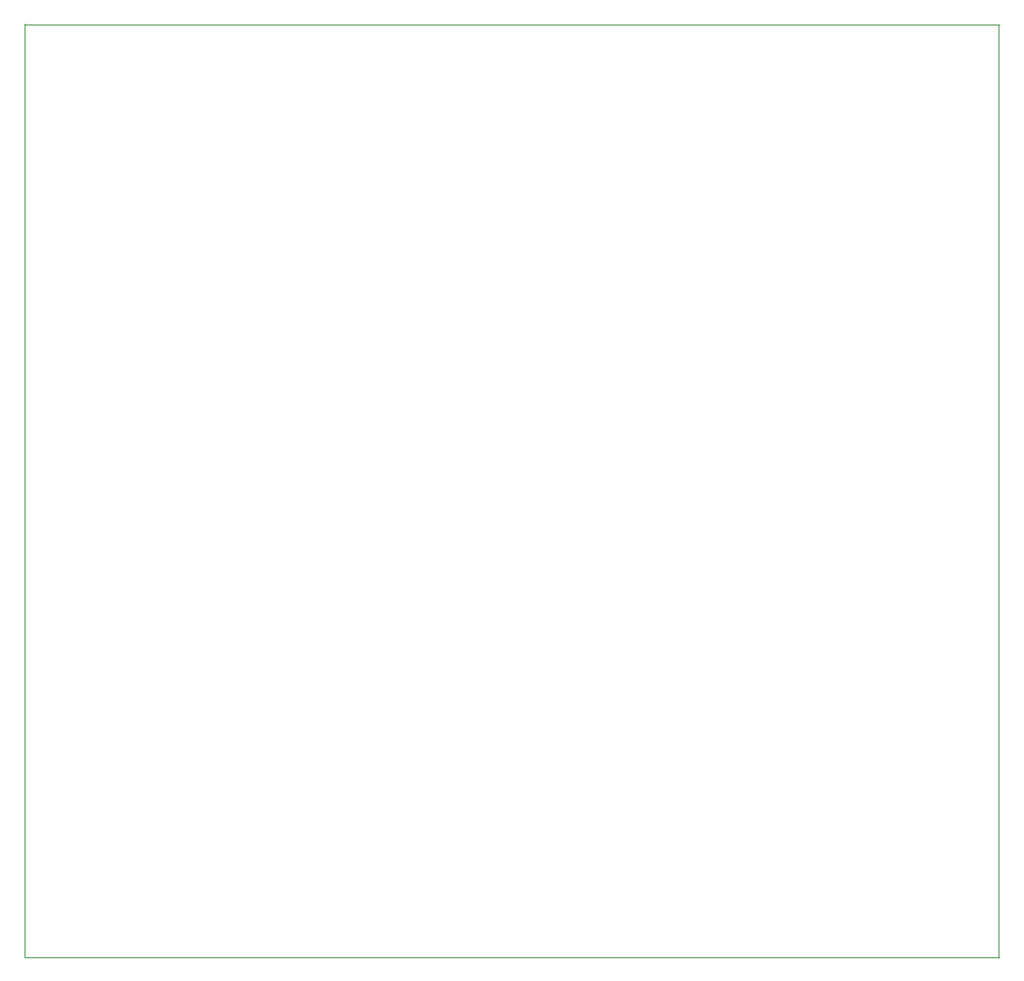
<source format=gbr>
%TF.GenerationSoftware,KiCad,Pcbnew,4.0.5+dfsg1-4*%
%TF.CreationDate,2018-11-05T18:37:42-05:00*%
%TF.ProjectId,ButtonLEDsController,427574746F6E4C454473436F6E74726F,rev?*%
%TF.FileFunction,Profile,NP*%
%FSLAX46Y46*%
G04 Gerber Fmt 4.6, Leading zero omitted, Abs format (unit mm)*
G04 Created by KiCad (PCBNEW 4.0.5+dfsg1-4) date Mon Nov  5 18:37:42 2018*
%MOMM*%
%LPD*%
G01*
G04 APERTURE LIST*
%ADD10C,0.100000*%
G04 APERTURE END LIST*
D10*
X108597700Y-13690600D02*
X108597700Y-103690600D01*
X14655800Y-13716000D02*
X108655800Y-13716000D01*
X14630400Y-103682800D02*
X108630400Y-103682800D01*
X14630400Y-13665200D02*
X14630400Y-103665200D01*
M02*

</source>
